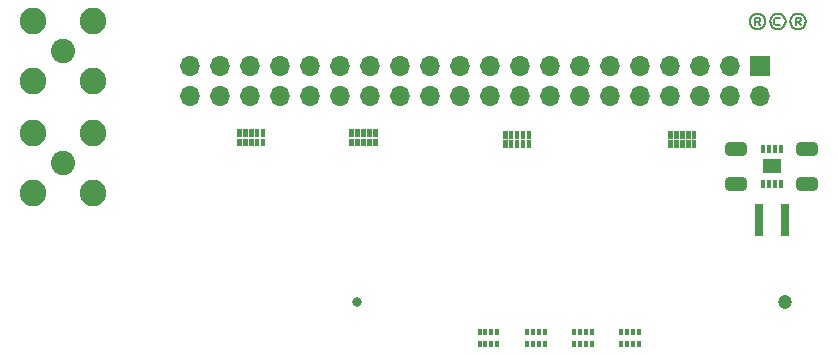
<source format=gbr>
G04 #@! TF.GenerationSoftware,KiCad,Pcbnew,6.0.7-1.fc35*
G04 #@! TF.CreationDate,2022-09-05T19:08:22-05:00*
G04 #@! TF.ProjectId,rpi-adapter,7270692d-6164-4617-9074-65722e6b6963,rev?*
G04 #@! TF.SameCoordinates,Original*
G04 #@! TF.FileFunction,Soldermask,Top*
G04 #@! TF.FilePolarity,Negative*
%FSLAX46Y46*%
G04 Gerber Fmt 4.6, Leading zero omitted, Abs format (unit mm)*
G04 Created by KiCad (PCBNEW 6.0.7-1.fc35) date 2022-09-05 19:08:22*
%MOMM*%
%LPD*%
G01*
G04 APERTURE LIST*
G04 Aperture macros list*
%AMRoundRect*
0 Rectangle with rounded corners*
0 $1 Rounding radius*
0 $2 $3 $4 $5 $6 $7 $8 $9 X,Y pos of 4 corners*
0 Add a 4 corners polygon primitive as box body*
4,1,4,$2,$3,$4,$5,$6,$7,$8,$9,$2,$3,0*
0 Add four circle primitives for the rounded corners*
1,1,$1+$1,$2,$3*
1,1,$1+$1,$4,$5*
1,1,$1+$1,$6,$7*
1,1,$1+$1,$8,$9*
0 Add four rect primitives between the rounded corners*
20,1,$1+$1,$2,$3,$4,$5,0*
20,1,$1+$1,$4,$5,$6,$7,0*
20,1,$1+$1,$6,$7,$8,$9,0*
20,1,$1+$1,$8,$9,$2,$3,0*%
G04 Aperture macros list end*
%ADD10C,0.150000*%
%ADD11C,0.010000*%
%ADD12C,2.050000*%
%ADD13C,2.250000*%
%ADD14R,1.700000X1.700000*%
%ADD15O,1.700000X1.700000*%
%ADD16R,0.400000X0.500000*%
%ADD17R,0.300000X0.500000*%
%ADD18RoundRect,0.250000X-0.650000X0.325000X-0.650000X-0.325000X0.650000X-0.325000X0.650000X0.325000X0*%
%ADD19R,0.300000X0.750000*%
%ADD20R,1.500000X1.300000*%
%ADD21R,0.800000X2.700000*%
%ADD22C,1.200000*%
%ADD23C,0.800000*%
G04 APERTURE END LIST*
D10*
X138523809Y-70059523D02*
X138285714Y-69773809D01*
X138095238Y-70059523D02*
X138095238Y-69392857D01*
X138380952Y-69392857D01*
X138476190Y-69440476D01*
X138523809Y-69535714D01*
X138523809Y-69630952D01*
X138476190Y-69726190D01*
X138380952Y-69773809D01*
X138095238Y-69773809D01*
X138285714Y-69059523D02*
X138047619Y-69107142D01*
X137809523Y-69250000D01*
X137666666Y-69488095D01*
X137619047Y-69726190D01*
X137666666Y-69964285D01*
X137809523Y-70202380D01*
X138047619Y-70345238D01*
X138285714Y-70392857D01*
X138523809Y-70345238D01*
X138761904Y-70202380D01*
X138904761Y-69964285D01*
X138952380Y-69726190D01*
X138904761Y-69488095D01*
X138761904Y-69250000D01*
X138523809Y-69107142D01*
X138285714Y-69059523D01*
X140190476Y-69440476D02*
X140095238Y-69392857D01*
X139904761Y-69392857D01*
X139809523Y-69440476D01*
X139714285Y-69535714D01*
X139666666Y-69630952D01*
X139666666Y-69821428D01*
X139714285Y-69916666D01*
X139809523Y-70011904D01*
X139904761Y-70059523D01*
X140095238Y-70059523D01*
X140190476Y-70011904D01*
X140000000Y-69059523D02*
X139761904Y-69107142D01*
X139523809Y-69250000D01*
X139380952Y-69488095D01*
X139333333Y-69726190D01*
X139380952Y-69964285D01*
X139523809Y-70202380D01*
X139761904Y-70345238D01*
X140000000Y-70392857D01*
X140238095Y-70345238D01*
X140476190Y-70202380D01*
X140619047Y-69964285D01*
X140666666Y-69726190D01*
X140619047Y-69488095D01*
X140476190Y-69250000D01*
X140238095Y-69107142D01*
X140000000Y-69059523D01*
X141952380Y-70059523D02*
X141714285Y-69773809D01*
X141523809Y-70059523D02*
X141523809Y-69392857D01*
X141809523Y-69392857D01*
X141904761Y-69440476D01*
X141952380Y-69535714D01*
X141952380Y-69630952D01*
X141904761Y-69726190D01*
X141809523Y-69773809D01*
X141523809Y-69773809D01*
X141714285Y-69059523D02*
X141476190Y-69107142D01*
X141238095Y-69250000D01*
X141095238Y-69488095D01*
X141047619Y-69726190D01*
X141095238Y-69964285D01*
X141238095Y-70202380D01*
X141476190Y-70345238D01*
X141714285Y-70392857D01*
X141952380Y-70345238D01*
X142190476Y-70202380D01*
X142333333Y-69964285D01*
X142380952Y-69726190D01*
X142333333Y-69488095D01*
X142190476Y-69250000D01*
X141952380Y-69107142D01*
X141714285Y-69059523D01*
G04 #@! TO.C,D6*
G36*
X117530000Y-79552500D02*
G01*
X117230000Y-79552500D01*
X117230000Y-78977500D01*
X117530000Y-78977500D01*
X117530000Y-79552500D01*
G37*
D11*
X117530000Y-79552500D02*
X117230000Y-79552500D01*
X117230000Y-78977500D01*
X117530000Y-78977500D01*
X117530000Y-79552500D01*
G36*
X119030000Y-80327500D02*
G01*
X118730000Y-80327500D01*
X118730000Y-79752500D01*
X119030000Y-79752500D01*
X119030000Y-80327500D01*
G37*
X119030000Y-80327500D02*
X118730000Y-80327500D01*
X118730000Y-79752500D01*
X119030000Y-79752500D01*
X119030000Y-80327500D01*
G36*
X117030000Y-80327500D02*
G01*
X116730000Y-80327500D01*
X116730000Y-79752500D01*
X117030000Y-79752500D01*
X117030000Y-80327500D01*
G37*
X117030000Y-80327500D02*
X116730000Y-80327500D01*
X116730000Y-79752500D01*
X117030000Y-79752500D01*
X117030000Y-80327500D01*
G36*
X119030000Y-79552500D02*
G01*
X118730000Y-79552500D01*
X118730000Y-78977500D01*
X119030000Y-78977500D01*
X119030000Y-79552500D01*
G37*
X119030000Y-79552500D02*
X118730000Y-79552500D01*
X118730000Y-78977500D01*
X119030000Y-78977500D01*
X119030000Y-79552500D01*
G36*
X118530000Y-80327500D02*
G01*
X118230000Y-80327500D01*
X118230000Y-79752500D01*
X118530000Y-79752500D01*
X118530000Y-80327500D01*
G37*
X118530000Y-80327500D02*
X118230000Y-80327500D01*
X118230000Y-79752500D01*
X118530000Y-79752500D01*
X118530000Y-80327500D01*
G36*
X118030000Y-79552500D02*
G01*
X117730000Y-79552500D01*
X117730000Y-78977500D01*
X118030000Y-78977500D01*
X118030000Y-79552500D01*
G37*
X118030000Y-79552500D02*
X117730000Y-79552500D01*
X117730000Y-78977500D01*
X118030000Y-78977500D01*
X118030000Y-79552500D01*
G36*
X118530000Y-79552500D02*
G01*
X118230000Y-79552500D01*
X118230000Y-78977500D01*
X118530000Y-78977500D01*
X118530000Y-79552500D01*
G37*
X118530000Y-79552500D02*
X118230000Y-79552500D01*
X118230000Y-78977500D01*
X118530000Y-78977500D01*
X118530000Y-79552500D01*
G36*
X117530000Y-80327500D02*
G01*
X117230000Y-80327500D01*
X117230000Y-79752500D01*
X117530000Y-79752500D01*
X117530000Y-80327500D01*
G37*
X117530000Y-80327500D02*
X117230000Y-80327500D01*
X117230000Y-79752500D01*
X117530000Y-79752500D01*
X117530000Y-80327500D01*
G36*
X118030000Y-80327500D02*
G01*
X117730000Y-80327500D01*
X117730000Y-79752500D01*
X118030000Y-79752500D01*
X118030000Y-80327500D01*
G37*
X118030000Y-80327500D02*
X117730000Y-80327500D01*
X117730000Y-79752500D01*
X118030000Y-79752500D01*
X118030000Y-80327500D01*
G36*
X117030000Y-79552500D02*
G01*
X116730000Y-79552500D01*
X116730000Y-78977500D01*
X117030000Y-78977500D01*
X117030000Y-79552500D01*
G37*
X117030000Y-79552500D02*
X116730000Y-79552500D01*
X116730000Y-78977500D01*
X117030000Y-78977500D01*
X117030000Y-79552500D01*
G04 #@! TO.C,D7*
G36*
X105530000Y-80215000D02*
G01*
X105230000Y-80215000D01*
X105230000Y-79640000D01*
X105530000Y-79640000D01*
X105530000Y-80215000D01*
G37*
X105530000Y-80215000D02*
X105230000Y-80215000D01*
X105230000Y-79640000D01*
X105530000Y-79640000D01*
X105530000Y-80215000D01*
G36*
X104530000Y-79440000D02*
G01*
X104230000Y-79440000D01*
X104230000Y-78865000D01*
X104530000Y-78865000D01*
X104530000Y-79440000D01*
G37*
X104530000Y-79440000D02*
X104230000Y-79440000D01*
X104230000Y-78865000D01*
X104530000Y-78865000D01*
X104530000Y-79440000D01*
G36*
X106030000Y-79440000D02*
G01*
X105730000Y-79440000D01*
X105730000Y-78865000D01*
X106030000Y-78865000D01*
X106030000Y-79440000D01*
G37*
X106030000Y-79440000D02*
X105730000Y-79440000D01*
X105730000Y-78865000D01*
X106030000Y-78865000D01*
X106030000Y-79440000D01*
G36*
X105530000Y-79440000D02*
G01*
X105230000Y-79440000D01*
X105230000Y-78865000D01*
X105530000Y-78865000D01*
X105530000Y-79440000D01*
G37*
X105530000Y-79440000D02*
X105230000Y-79440000D01*
X105230000Y-78865000D01*
X105530000Y-78865000D01*
X105530000Y-79440000D01*
G36*
X105030000Y-80215000D02*
G01*
X104730000Y-80215000D01*
X104730000Y-79640000D01*
X105030000Y-79640000D01*
X105030000Y-80215000D01*
G37*
X105030000Y-80215000D02*
X104730000Y-80215000D01*
X104730000Y-79640000D01*
X105030000Y-79640000D01*
X105030000Y-80215000D01*
G36*
X105030000Y-79440000D02*
G01*
X104730000Y-79440000D01*
X104730000Y-78865000D01*
X105030000Y-78865000D01*
X105030000Y-79440000D01*
G37*
X105030000Y-79440000D02*
X104730000Y-79440000D01*
X104730000Y-78865000D01*
X105030000Y-78865000D01*
X105030000Y-79440000D01*
G36*
X104030000Y-79440000D02*
G01*
X103730000Y-79440000D01*
X103730000Y-78865000D01*
X104030000Y-78865000D01*
X104030000Y-79440000D01*
G37*
X104030000Y-79440000D02*
X103730000Y-79440000D01*
X103730000Y-78865000D01*
X104030000Y-78865000D01*
X104030000Y-79440000D01*
G36*
X104530000Y-80215000D02*
G01*
X104230000Y-80215000D01*
X104230000Y-79640000D01*
X104530000Y-79640000D01*
X104530000Y-80215000D01*
G37*
X104530000Y-80215000D02*
X104230000Y-80215000D01*
X104230000Y-79640000D01*
X104530000Y-79640000D01*
X104530000Y-80215000D01*
G36*
X106030000Y-80215000D02*
G01*
X105730000Y-80215000D01*
X105730000Y-79640000D01*
X106030000Y-79640000D01*
X106030000Y-80215000D01*
G37*
X106030000Y-80215000D02*
X105730000Y-80215000D01*
X105730000Y-79640000D01*
X106030000Y-79640000D01*
X106030000Y-80215000D01*
G36*
X104030000Y-80215000D02*
G01*
X103730000Y-80215000D01*
X103730000Y-79640000D01*
X104030000Y-79640000D01*
X104030000Y-80215000D01*
G37*
X104030000Y-80215000D02*
X103730000Y-80215000D01*
X103730000Y-79640000D01*
X104030000Y-79640000D01*
X104030000Y-80215000D01*
G04 #@! TO.C,D5*
G36*
X132530000Y-79552500D02*
G01*
X132230000Y-79552500D01*
X132230000Y-78977500D01*
X132530000Y-78977500D01*
X132530000Y-79552500D01*
G37*
X132530000Y-79552500D02*
X132230000Y-79552500D01*
X132230000Y-78977500D01*
X132530000Y-78977500D01*
X132530000Y-79552500D01*
G36*
X132030000Y-79552500D02*
G01*
X131730000Y-79552500D01*
X131730000Y-78977500D01*
X132030000Y-78977500D01*
X132030000Y-79552500D01*
G37*
X132030000Y-79552500D02*
X131730000Y-79552500D01*
X131730000Y-78977500D01*
X132030000Y-78977500D01*
X132030000Y-79552500D01*
G36*
X133030000Y-79552500D02*
G01*
X132730000Y-79552500D01*
X132730000Y-78977500D01*
X133030000Y-78977500D01*
X133030000Y-79552500D01*
G37*
X133030000Y-79552500D02*
X132730000Y-79552500D01*
X132730000Y-78977500D01*
X133030000Y-78977500D01*
X133030000Y-79552500D01*
G36*
X131030000Y-79552500D02*
G01*
X130730000Y-79552500D01*
X130730000Y-78977500D01*
X131030000Y-78977500D01*
X131030000Y-79552500D01*
G37*
X131030000Y-79552500D02*
X130730000Y-79552500D01*
X130730000Y-78977500D01*
X131030000Y-78977500D01*
X131030000Y-79552500D01*
G36*
X131530000Y-79552500D02*
G01*
X131230000Y-79552500D01*
X131230000Y-78977500D01*
X131530000Y-78977500D01*
X131530000Y-79552500D01*
G37*
X131530000Y-79552500D02*
X131230000Y-79552500D01*
X131230000Y-78977500D01*
X131530000Y-78977500D01*
X131530000Y-79552500D01*
G36*
X131030000Y-80327500D02*
G01*
X130730000Y-80327500D01*
X130730000Y-79752500D01*
X131030000Y-79752500D01*
X131030000Y-80327500D01*
G37*
X131030000Y-80327500D02*
X130730000Y-80327500D01*
X130730000Y-79752500D01*
X131030000Y-79752500D01*
X131030000Y-80327500D01*
G36*
X132530000Y-80327500D02*
G01*
X132230000Y-80327500D01*
X132230000Y-79752500D01*
X132530000Y-79752500D01*
X132530000Y-80327500D01*
G37*
X132530000Y-80327500D02*
X132230000Y-80327500D01*
X132230000Y-79752500D01*
X132530000Y-79752500D01*
X132530000Y-80327500D01*
G36*
X132030000Y-80327500D02*
G01*
X131730000Y-80327500D01*
X131730000Y-79752500D01*
X132030000Y-79752500D01*
X132030000Y-80327500D01*
G37*
X132030000Y-80327500D02*
X131730000Y-80327500D01*
X131730000Y-79752500D01*
X132030000Y-79752500D01*
X132030000Y-80327500D01*
G36*
X133030000Y-80327500D02*
G01*
X132730000Y-80327500D01*
X132730000Y-79752500D01*
X133030000Y-79752500D01*
X133030000Y-80327500D01*
G37*
X133030000Y-80327500D02*
X132730000Y-80327500D01*
X132730000Y-79752500D01*
X133030000Y-79752500D01*
X133030000Y-80327500D01*
G36*
X131530000Y-80327500D02*
G01*
X131230000Y-80327500D01*
X131230000Y-79752500D01*
X131530000Y-79752500D01*
X131530000Y-80327500D01*
G37*
X131530000Y-80327500D02*
X131230000Y-80327500D01*
X131230000Y-79752500D01*
X131530000Y-79752500D01*
X131530000Y-80327500D01*
G04 #@! TO.C,D8*
G36*
X96530000Y-80215000D02*
G01*
X96230000Y-80215000D01*
X96230000Y-79640000D01*
X96530000Y-79640000D01*
X96530000Y-80215000D01*
G37*
X96530000Y-80215000D02*
X96230000Y-80215000D01*
X96230000Y-79640000D01*
X96530000Y-79640000D01*
X96530000Y-80215000D01*
G36*
X95030000Y-80215000D02*
G01*
X94730000Y-80215000D01*
X94730000Y-79640000D01*
X95030000Y-79640000D01*
X95030000Y-80215000D01*
G37*
X95030000Y-80215000D02*
X94730000Y-80215000D01*
X94730000Y-79640000D01*
X95030000Y-79640000D01*
X95030000Y-80215000D01*
G36*
X95530000Y-79440000D02*
G01*
X95230000Y-79440000D01*
X95230000Y-78865000D01*
X95530000Y-78865000D01*
X95530000Y-79440000D01*
G37*
X95530000Y-79440000D02*
X95230000Y-79440000D01*
X95230000Y-78865000D01*
X95530000Y-78865000D01*
X95530000Y-79440000D01*
G36*
X94530000Y-80215000D02*
G01*
X94230000Y-80215000D01*
X94230000Y-79640000D01*
X94530000Y-79640000D01*
X94530000Y-80215000D01*
G37*
X94530000Y-80215000D02*
X94230000Y-80215000D01*
X94230000Y-79640000D01*
X94530000Y-79640000D01*
X94530000Y-80215000D01*
G36*
X96030000Y-80215000D02*
G01*
X95730000Y-80215000D01*
X95730000Y-79640000D01*
X96030000Y-79640000D01*
X96030000Y-80215000D01*
G37*
X96030000Y-80215000D02*
X95730000Y-80215000D01*
X95730000Y-79640000D01*
X96030000Y-79640000D01*
X96030000Y-80215000D01*
G36*
X96030000Y-79440000D02*
G01*
X95730000Y-79440000D01*
X95730000Y-78865000D01*
X96030000Y-78865000D01*
X96030000Y-79440000D01*
G37*
X96030000Y-79440000D02*
X95730000Y-79440000D01*
X95730000Y-78865000D01*
X96030000Y-78865000D01*
X96030000Y-79440000D01*
G36*
X95530000Y-80215000D02*
G01*
X95230000Y-80215000D01*
X95230000Y-79640000D01*
X95530000Y-79640000D01*
X95530000Y-80215000D01*
G37*
X95530000Y-80215000D02*
X95230000Y-80215000D01*
X95230000Y-79640000D01*
X95530000Y-79640000D01*
X95530000Y-80215000D01*
G36*
X94530000Y-79440000D02*
G01*
X94230000Y-79440000D01*
X94230000Y-78865000D01*
X94530000Y-78865000D01*
X94530000Y-79440000D01*
G37*
X94530000Y-79440000D02*
X94230000Y-79440000D01*
X94230000Y-78865000D01*
X94530000Y-78865000D01*
X94530000Y-79440000D01*
G36*
X96530000Y-79440000D02*
G01*
X96230000Y-79440000D01*
X96230000Y-78865000D01*
X96530000Y-78865000D01*
X96530000Y-79440000D01*
G37*
X96530000Y-79440000D02*
X96230000Y-79440000D01*
X96230000Y-78865000D01*
X96530000Y-78865000D01*
X96530000Y-79440000D01*
G36*
X95030000Y-79440000D02*
G01*
X94730000Y-79440000D01*
X94730000Y-78865000D01*
X95030000Y-78865000D01*
X95030000Y-79440000D01*
G37*
X95030000Y-79440000D02*
X94730000Y-79440000D01*
X94730000Y-78865000D01*
X95030000Y-78865000D01*
X95030000Y-79440000D01*
G04 #@! TD*
D12*
G04 #@! TO.C,J2*
X79500000Y-72250000D03*
D13*
X76960000Y-69710000D03*
X82040000Y-69710000D03*
X76960000Y-74790000D03*
X82040000Y-74790000D03*
G04 #@! TD*
D14*
G04 #@! TO.C,J1*
X138500000Y-73500000D03*
D15*
X138500000Y-76040000D03*
X135960000Y-73500000D03*
X135960000Y-76040000D03*
X133420000Y-73500000D03*
X133420000Y-76040000D03*
X130880000Y-73500000D03*
X130880000Y-76040000D03*
X128340000Y-73500000D03*
X128340000Y-76040000D03*
X125800000Y-73500000D03*
X125800000Y-76040000D03*
X123260000Y-73500000D03*
X123260000Y-76040000D03*
X120720000Y-73500000D03*
X120720000Y-76040000D03*
X118180000Y-73500000D03*
X118180000Y-76040000D03*
X115640000Y-73500000D03*
X115640000Y-76040000D03*
X113100000Y-73500000D03*
X113100000Y-76040000D03*
X110560000Y-73500000D03*
X110560000Y-76040000D03*
X108020000Y-73500000D03*
X108020000Y-76040000D03*
X105480000Y-73500000D03*
X105480000Y-76040000D03*
X102940000Y-73500000D03*
X102940000Y-76040000D03*
X100400000Y-73500000D03*
X100400000Y-76040000D03*
X97860000Y-73500000D03*
X97860000Y-76040000D03*
X95320000Y-73500000D03*
X95320000Y-76040000D03*
X92780000Y-73500000D03*
X92780000Y-76040000D03*
X90240000Y-73500000D03*
X90240000Y-76040000D03*
G04 #@! TD*
D16*
G04 #@! TO.C,RN8*
X114750000Y-97000000D03*
D17*
X115250000Y-97000000D03*
X115750000Y-97000000D03*
D16*
X116250000Y-97000000D03*
X116250000Y-96000000D03*
D17*
X115750000Y-96000000D03*
X115250000Y-96000000D03*
D16*
X114750000Y-96000000D03*
G04 #@! TD*
D12*
G04 #@! TO.C,J3*
X79500000Y-81750000D03*
D13*
X82040000Y-79210000D03*
X76960000Y-79210000D03*
X76960000Y-84290000D03*
X82040000Y-84290000D03*
G04 #@! TD*
D16*
G04 #@! TO.C,RN7*
X118750000Y-97000000D03*
D17*
X119250000Y-97000000D03*
X119750000Y-97000000D03*
D16*
X120250000Y-97000000D03*
X120250000Y-96000000D03*
D17*
X119750000Y-96000000D03*
X119250000Y-96000000D03*
D16*
X118750000Y-96000000D03*
G04 #@! TD*
D18*
G04 #@! TO.C,C2*
X136500000Y-80525000D03*
X136500000Y-83475000D03*
G04 #@! TD*
D16*
G04 #@! TO.C,RN6*
X122750000Y-97000000D03*
D17*
X123250000Y-97000000D03*
X123750000Y-97000000D03*
D16*
X124250000Y-97000000D03*
X124250000Y-96000000D03*
D17*
X123750000Y-96000000D03*
X123250000Y-96000000D03*
D16*
X122750000Y-96000000D03*
G04 #@! TD*
D18*
G04 #@! TO.C,C1*
X142500000Y-80525000D03*
X142500000Y-83475000D03*
G04 #@! TD*
D16*
G04 #@! TO.C,RN5*
X126750000Y-97000000D03*
D17*
X127250000Y-97000000D03*
X127750000Y-97000000D03*
D16*
X128250000Y-97000000D03*
X128250000Y-96000000D03*
D17*
X127750000Y-96000000D03*
X127250000Y-96000000D03*
D16*
X126750000Y-96000000D03*
G04 #@! TD*
D19*
G04 #@! TO.C,U1*
X138750000Y-83450000D03*
X139250000Y-83450000D03*
X139750000Y-83450000D03*
X140250000Y-83450000D03*
X140250000Y-80550000D03*
X139750000Y-80550000D03*
X139250000Y-80550000D03*
X138750000Y-80550000D03*
D20*
X139500000Y-82000000D03*
G04 #@! TD*
D21*
G04 #@! TO.C,L1*
X140600000Y-86500000D03*
X138400000Y-86500000D03*
G04 #@! TD*
D22*
G04 #@! TO.C,J5*
X140600000Y-93500000D03*
D23*
X104400000Y-93500000D03*
G04 #@! TD*
M02*

</source>
